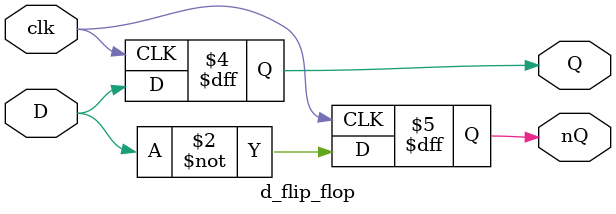
<source format=v>
module d_flip_flop(
    input D,
    input clk,
    output reg Q,
    output reg nQ
);

    initial begin
        Q <= 0;
        nQ <= 1;
    end

    always @(posedge clk) begin
        Q <= D;
        nQ <= ~D;
    end

endmodule
</source>
